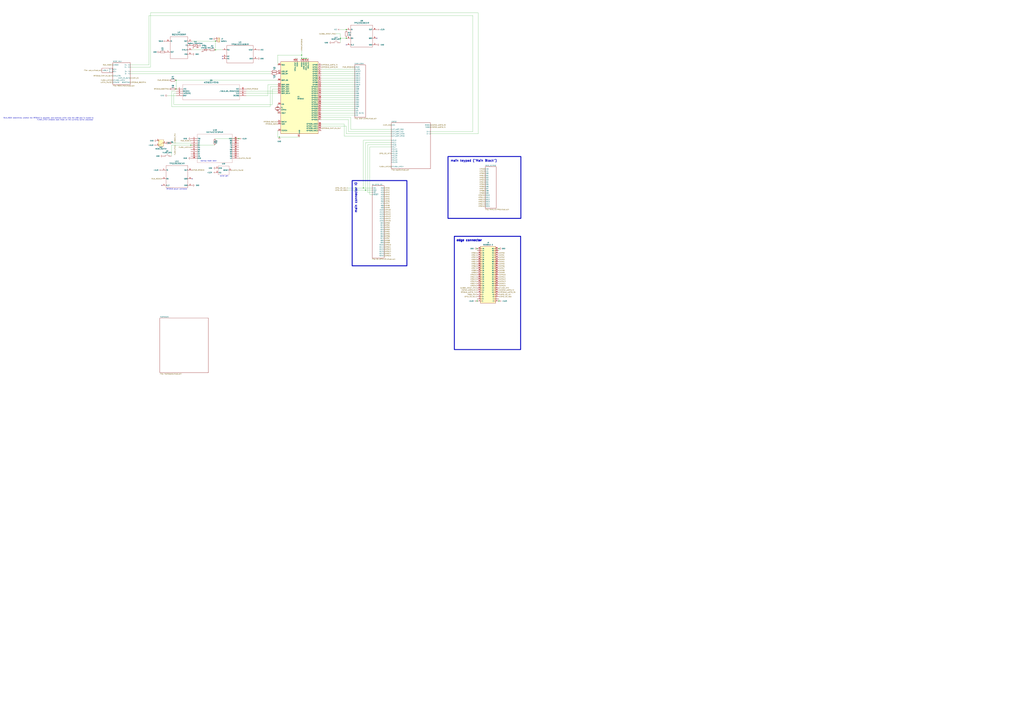
<source format=kicad_sch>
(kicad_sch (version 20230121) (generator eeschema)
  (paper "A0")
  (lib_symbols
    (symbol "2024-01-02_21-46-21:BQ21040DBVR" (pin_names (offset 0.254))
      (property "Reference" "U" (at 0 2.54 0))
      (property "Value" "BQ21040DBVR" (at 0 0 0))
      (symbol "BQ21040DBVR_0_1"
        (pin input line (at 15.24 2.54 180) (length 5.08) (name "TS") (number "1"))
        (pin power_in line (at 15.24 7.62 180) (length 5.08) (name "OUT") (number "2"))
        (pin open_collector line (at 15.24 -2.54 180) (length 5.08) (name "CHG_N") (number "3"))
        (pin input line (at -15.24 -5.08 0) (length 5.08) (name "ISET") (number "4"))
        (pin power_in line (at 15.24 -7.62 180) (length 5.08) (name "VSS") (number "5"))
        (pin power_in line (at -15.24 7.62 0) (length 5.08) (name "IN") (number "6"))
      )
    )
    (symbol "2024-01-02_21-46-27:TPS613221ADBVR" (pin_names (offset 0.254))
      (property "Reference" "U" (at 0 2.54 0))
      (property "Value" "TPS613221ADBVR" (at 0 0 0))
      (symbol "TPS613221ADBVR_0_1"
        (pin power_in line (at -20.32 5.08 0) (length 5.08) (name "SW") (number "1"))
        (pin power_in line (at 20.32 -5.08 180) (length 5.08) (name "GND") (number "2"))
        (pin unspecified line (at -20.32 -2.54 0) (length 5.08) (name "NC") (number "3"))
        (pin power_in line (at 20.32 5.08 180) (length 5.08) (name "VOUT") (number "4"))
        (pin unspecified line (at -20.32 -5.08 0) (length 5.08) (name "NC") (number "5"))
      )
    )
    (symbol "2024-01-09_16-08-29:W25Q32JVSSIQ" (pin_names (offset 0.254))
      (property "Reference" "U" (at 40.64 10.16 0))
      (property "Value" "W25Q32JVSSIQ" (at 40.64 7.62 0))
      (symbol "W25Q32JVSSIQ_0_1"
        (pin unspecified line (at 0 0 0) (length 7.62) (name "/CS") (number "1"))
        (pin unspecified line (at 0 -2.54 0) (length 7.62) (name "DO(IO1)") (number "2"))
        (pin unspecified line (at 0 -5.08 0) (length 7.62) (name "/WP(IO2)") (number "3"))
        (pin power_out line (at 0 -7.62 0) (length 7.62) (name "GND") (number "4"))
        (pin unspecified line (at 81.28 -7.62 180) (length 7.62) (name "DI(IO0)") (number "5"))
        (pin unspecified line (at 81.28 -5.08 180) (length 7.62) (name "CLK") (number "6"))
        (pin unspecified line (at 81.28 -2.54 180) (length 7.62) (name "/HOLD_OR_/RESET(IO3)") (number "7"))
        (pin power_in line (at 81.28 0 180) (length 7.62) (name "VCC") (number "8"))
      )
    )
    (symbol "2024-01-10_18-59-37:RESET_TIMER"
      (property "Reference" "U" (at 0 6.35 0))
      (symbol "RESET_TIMER_1_1"
        (pin passive line (at -8.89 2.54 0) (length 2.54) (name "GND") (number "1"))
        (pin output line (at 8.89 0 180) (length 2.54) (name "RESET") (number "2"))
        (pin passive line (at -8.89 -2.54 0) (length 2.54) (name "V_{CC}") (number "3"))
      )
    )
    (symbol "2024-01-10_19-26-16:TPS22919DCKR" (pin_names (offset 0.254))
      (property "Reference" "U" (at 0 2.54 0))
      (property "Value" "TPS22919DCKR" (at 0 0 0))
      (symbol "TPS22919DCKR_0_1"
        (pin power_in line (at -17.78 7.62 0) (length 5.08) (name "IN") (number "1"))
        (pin power_in line (at 17.78 -10.16 180) (length 5.08) (name "GND") (number "2"))
        (pin input line (at -17.78 -2.54 0) (length 5.08) (name "ON") (number "3"))
        (pin unspecified line (at -17.78 -10.16 0) (length 5.08) (name "N_C") (number "4"))
        (pin power_in line (at 17.78 -2.54 180) (length 5.08) (name "QOD") (number "5"))
        (pin power_in line (at 17.78 7.62 180) (length 5.08) (name "OUT") (number "6"))
      )
    )
    (symbol "2024-01-19_20-37-39:SN74HCT373PWR" (pin_names (offset 0.254))
      (property "Reference" "U" (at 27.94 10.16 0))
      (property "Value" "SN74HCT373PWR" (at 27.94 7.62 0))
      (symbol "SN74HCT373PWR_0_1"
        (pin input line (at 0 0 0) (length 7.62) (name "*OE") (number "1"))
        (pin power_in line (at 0 -22.86 0) (length 7.62) (name "GND") (number "10"))
        (pin input line (at 55.88 -22.86 180) (length 7.62) (name "LE") (number "11"))
        (pin output line (at 55.88 -20.32 180) (length 7.62) (name "5Q") (number "12"))
        (pin input line (at 55.88 -17.78 180) (length 7.62) (name "5D") (number "13"))
        (pin input line (at 55.88 -15.24 180) (length 7.62) (name "6D") (number "14"))
        (pin output line (at 55.88 -12.7 180) (length 7.62) (name "6Q") (number "15"))
        (pin output line (at 55.88 -10.16 180) (length 7.62) (name "7Q") (number "16"))
        (pin input line (at 55.88 -7.62 180) (length 7.62) (name "7D") (number "17"))
        (pin input line (at 55.88 -5.08 180) (length 7.62) (name "8D") (number "18"))
        (pin output line (at 55.88 -2.54 180) (length 7.62) (name "8Q") (number "19"))
        (pin output line (at 0 -2.54 0) (length 7.62) (name "1Q") (number "2"))
        (pin power_in line (at 55.88 0 180) (length 7.62) (name "VCC") (number "20"))
        (pin input line (at 0 -5.08 0) (length 7.62) (name "1D") (number "3"))
        (pin input line (at 0 -7.62 0) (length 7.62) (name "2D") (number "4"))
        (pin output line (at 0 -10.16 0) (length 7.62) (name "2Q") (number "5"))
        (pin output line (at 0 -12.7 0) (length 7.62) (name "3Q") (number "6"))
        (pin input line (at 0 -15.24 0) (length 7.62) (name "3D") (number "7"))
        (pin input line (at 0 -17.78 0) (length 7.62) (name "4D") (number "8"))
        (pin output line (at 0 -20.32 0) (length 7.62) (name "4Q") (number "9"))
      )
    )
    (symbol "5530843-5:5530843-5" (pin_names (offset 1.016))
      (property "Reference" "J" (at -10.16 34.29 0))
      (property "Value" "5530843-5" (at -10.16 -35.56 0))
      (symbol "5530843-5_0_0"
        (pin passive line (at -12.7 30.48 0) (length 5.08) (name "1") (number "1"))
        (pin passive line (at 12.7 20.32 180) (length 5.08) (name "10") (number "10"))
        (pin passive line (at -12.7 17.78 0) (length 5.08) (name "11") (number "11"))
        (pin passive line (at 12.7 17.78 180) (length 5.08) (name "12") (number "12"))
        (pin passive line (at -12.7 15.24 0) (length 5.08) (name "13") (number "13"))
        (pin passive line (at 12.7 15.24 180) (length 5.08) (name "14") (number "14"))
        (pin passive line (at -12.7 12.7 0) (length 5.08) (name "15") (number "15"))
        (pin passive line (at 12.7 12.7 180) (length 5.08) (name "16") (number "16"))
        (pin passive line (at -12.7 10.16 0) (length 5.08) (name "17") (number "17"))
        (pin passive line (at 12.7 10.16 180) (length 5.08) (name "18") (number "18"))
        (pin passive line (at -12.7 7.62 0) (length 5.08) (name "19") (number "19"))
        (pin passive line (at 12.7 30.48 180) (length 5.08) (name "2") (number "2"))
        (pin passive line (at 12.7 7.62 180) (length 5.08) (name "20") (number "20"))
        (pin passive line (at -12.7 5.08 0) (length 5.08) (name "21") (number "21"))
        (pin passive line (at 12.7 5.08 180) (length 5.08) (name "22") (number "22"))
        (pin passive line (at -12.7 2.54 0) (length 5.08) (name "23") (number "23"))
        (pin passive line (at 12.7 2.54 180) (length 5.08) (name "24") (number "24"))
        (pin passive line (at -12.7 0 0) (length 5.08) (name "25") (number "25"))
        (pin passive line (at 12.7 0 180) (length 5.08) (name "26") (number "26"))
        (pin passive line (at -12.7 -2.54 0) (length 5.08) (name "27") (number "27"))
        (pin passive line (at 12.7 -2.54 180) (length 5.08) (name "28") (number "28"))
        (pin passive line (at -12.7 -5.08 0) (length 5.08) (name "29") (number "29"))
        (pin passive line (at -12.7 27.94 0) (length 5.08) (name "3") (number "3"))
        (pin passive line (at 12.7 -5.08 180) (length 5.08) (name "30") (number "30"))
        (pin passive line (at -12.7 -7.62 0) (length 5.08) (name "31") (number "31"))
        (pin passive line (at 12.7 -7.62 180) (length 5.08) (name "32") (number "32"))
        (pin passive line (at -12.7 -10.16 0) (length 5.08) (name "33") (number "33"))
        (pin passive line (at 12.7 -10.16 180) (length 5.08) (name "34") (number "34"))
        (pin passive line (at -12.7 -12.7 0) (length 5.08) (name "35") (number "35"))
        (pin passive line (at 12.7 -12.7 180) (length 5.08) (name "36") (number "36"))
        (pin passive line (at -12.7 -15.24 0) (length 5.08) (name "37") (number "37"))
        (pin passive line (at 12.7 -15.24 180) (length 5.08) (name "38") (number "38"))
        (pin passive line (at -12.7 -17.78 0) (length 5.08) (name "39") (number "39"))
        (pin passive line (at 12.7 27.94 180) (length 5.08) (name "4") (number "4"))
        (pin passive line (at 12.7 -17.78 180) (length 5.08) (name "40") (number "40"))
        (pin passive line (at -12.7 -20.32 0) (length 5.08) (name "41") (number "41"))
        (pin passive line (at 12.7 -20.32 180) (length 5.08) (name "42") (number "42"))
        (pin passive line (at -12.7 -22.86 0) (length 5.08) (name "43") (number "43"))
        (pin passive line (at 12.7 -22.86 180) (length 5.08) (name "44") (number "44"))
        (pin passive line (at -12.7 -25.4 0) (length 5.08) (name "45") (number "45"))
        (pin passive line (at 12.7 -25.4 180) (length 5.08) (name "46") (number "46"))
        (pin passive line (at -12.7 -27.94 0) (length 5.08) (name "47") (number "47"))
        (pin passive line (at 12.7 -27.94 180) (length 5.08) (name "48") (number "48"))
        (pin passive line (at -12.7 -30.48 0) (length 5.08) (name "49") (number "49"))
        (pin passive line (at -12.7 25.4 0) (length 5.08) (name "5") (number "5"))
        (pin passive line (at 12.7 -30.48 180) (length 5.08) (name "50") (number "50"))
        (pin passive line (at 12.7 25.4 180) (length 5.08) (name "6") (number "6"))
        (pin passive line (at -12.7 22.86 0) (length 5.08) (name "7") (number "7"))
        (pin passive line (at 12.7 22.86 180) (length 5.08) (name "8") (number "8"))
        (pin passive line (at -12.7 20.32 0) (length 5.08) (name "9") (number "9"))
      )
    )
    (symbol "Device:Crystal" (pin_numbers hide) (pin_names (offset 1.016) hide)
      (property "Reference" "Y" (at 0 3.81 0))
      (property "Value" "Crystal" (at 0 -3.81 0))
      (symbol "Crystal_1_1"
        (pin passive line (at -3.81 0 0) (length 1.27) (name "1") (number "1"))
        (pin passive line (at 3.81 0 180) (length 1.27) (name "2") (number "2"))
      )
    )
    (symbol "Device:LED" (pin_numbers hide) (pin_names (offset 1.016) hide)
      (property "Reference" "D" (at 0 2.54 0))
      (property "Value" "LED" (at 0 -2.54 0))
      (symbol "LED_1_1"
        (pin passive line (at -3.81 0 0) (length 2.54) (name "K") (number "1"))
        (pin passive line (at 3.81 0 180) (length 2.54) (name "A") (number "2"))
      )
    )
    (symbol "Device:R" (pin_numbers hide) (pin_names (offset 0))
      (property "Reference" "R" (at 2.032 0 90))
      (property "Value" "R" (at 0 0 90))
      (symbol "R_1_1"
        (pin passive line (at 0 3.81 270) (length 1.27) (name "~") (number "1"))
        (pin passive line (at 0 -3.81 90) (length 1.27) (name "~") (number "2"))
      )
    )
    (symbol "Device:Thermistor_NTC" (pin_numbers hide) (pin_names (offset 0))
      (property "Reference" "TH" (at -4.445 0 90))
      (property "Value" "Thermistor_NTC" (at 3.175 0 90))
      (symbol "Thermistor_NTC_1_1"
        (pin passive line (at 0 3.81 270) (length 1.27) (name "~") (number "1"))
        (pin passive line (at 0 -3.81 90) (length 1.27) (name "~") (number "2"))
      )
    )
    (symbol "MCU_RaspberryPi:RP2040"
      (property "Reference" "U" (at 17.78 45.72 0))
      (property "Value" "RP2040" (at 17.78 43.18 0))
      (symbol "RP2040_1_1"
        (pin power_in line (at 2.54 45.72 270) (length 3.81) (name "IOVDD") (number "1"))
        (pin passive line (at 2.54 45.72 270) (length 3.81) hide (name "IOVDD") (number "10"))
        (pin bidirectional line (at 25.4 17.78 180) (length 3.81) (name "GPIO8") (number "11"))
        (pin bidirectional line (at 25.4 15.24 180) (length 3.81) (name "GPIO9") (number "12"))
        (pin bidirectional line (at 25.4 12.7 180) (length 3.81) (name "GPIO10") (number "13"))
        (pin bidirectional line (at 25.4 10.16 180) (length 3.81) (name "GPIO11") (number "14"))
        (pin bidirectional line (at 25.4 7.62 180) (length 3.81) (name "GPIO12") (number "15"))
        (pin bidirectional line (at 25.4 5.08 180) (length 3.81) (name "GPIO13") (number "16"))
        (pin bidirectional line (at 25.4 2.54 180) (length 3.81) (name "GPIO14") (number "17"))
        (pin bidirectional line (at 25.4 0 180) (length 3.81) (name "GPIO15") (number "18"))
        (pin input line (at -25.4 -38.1 0) (length 3.81) (name "TESTEN") (number "19"))
        (pin bidirectional line (at 25.4 38.1 180) (length 3.81) (name "GPIO0") (number "2"))
        (pin input line (at -25.4 -7.62 0) (length 3.81) (name "XIN") (number "20"))
        (pin passive line (at -25.4 -17.78 0) (length 3.81) (name "XOUT") (number "21"))
        (pin passive line (at 2.54 45.72 270) (length 3.81) hide (name "IOVDD") (number "22"))
        (pin power_in line (at -2.54 45.72 270) (length 3.81) (name "DVDD") (number "23"))
        (pin input line (at -25.4 -27.94 0) (length 3.81) (name "SWCLK") (number "24"))
        (pin bidirectional line (at -25.4 -30.48 0) (length 3.81) (name "SWD") (number "25"))
        (pin input line (at -25.4 38.1 0) (length 3.81) (name "RUN") (number "26"))
        (pin bidirectional line (at 25.4 -2.54 180) (length 3.81) (name "GPIO16") (number "27"))
        (pin bidirectional line (at 25.4 -5.08 180) (length 3.81) (name "GPIO17") (number "28"))
        (pin bidirectional line (at 25.4 -7.62 180) (length 3.81) (name "GPIO18") (number "29"))
        (pin bidirectional line (at 25.4 35.56 180) (length 3.81) (name "GPIO1") (number "3"))
        (pin bidirectional line (at 25.4 -10.16 180) (length 3.81) (name "GPIO19") (number "30"))
        (pin bidirectional line (at 25.4 -12.7 180) (length 3.81) (name "GPIO20") (number "31"))
        (pin bidirectional line (at 25.4 -15.24 180) (length 3.81) (name "GPIO21") (number "32"))
        (pin passive line (at 2.54 45.72 270) (length 3.81) hide (name "IOVDD") (number "33"))
        (pin bidirectional line (at 25.4 -17.78 180) (length 3.81) (name "GPIO22") (number "34"))
        (pin bidirectional line (at 25.4 -20.32 180) (length 3.81) (name "GPIO23") (number "35"))
        (pin bidirectional line (at 25.4 -22.86 180) (length 3.81) (name "GPIO24") (number "36"))
        (pin bidirectional line (at 25.4 -25.4 180) (length 3.81) (name "GPIO25") (number "37"))
        (pin bidirectional line (at 25.4 -30.48 180) (length 3.81) (name "GPIO26_ADC0") (number "38"))
        (pin bidirectional line (at 25.4 -33.02 180) (length 3.81) (name "GPIO27_ADC1") (number "39"))
        (pin bidirectional line (at 25.4 33.02 180) (length 3.81) (name "GPIO2") (number "4"))
        (pin bidirectional line (at 25.4 -35.56 180) (length 3.81) (name "GPIO28_ADC2") (number "40"))
        (pin bidirectional line (at 25.4 -38.1 180) (length 3.81) (name "GPIO29_ADC3") (number "41"))
        (pin passive line (at 2.54 45.72 270) (length 3.81) hide (name "IOVDD") (number "42"))
        (pin power_in line (at 7.62 45.72 270) (length 3.81) (name "ADC_AVDD") (number "43"))
        (pin power_in line (at 10.16 45.72 270) (length 3.81) (name "VREG_IN") (number "44"))
        (pin power_out line (at -5.08 45.72 270) (length 3.81) (name "VREG_VOUT") (number "45"))
        (pin bidirectional line (at -25.4 27.94 0) (length 3.81) (name "USB_DM") (number "46"))
        (pin bidirectional line (at -25.4 30.48 0) (length 3.81) (name "USB_DP") (number "47"))
        (pin power_in line (at 5.08 45.72 270) (length 3.81) (name "USB_VDD") (number "48"))
        (pin passive line (at 2.54 45.72 270) (length 3.81) hide (name "IOVDD") (number "49"))
        (pin bidirectional line (at 25.4 30.48 180) (length 3.81) (name "GPIO3") (number "5"))
        (pin passive line (at -2.54 45.72 270) (length 3.81) hide (name "DVDD") (number "50"))
        (pin bidirectional line (at -25.4 7.62 0) (length 3.81) (name "QSPI_SD3") (number "51"))
        (pin output line (at -25.4 5.08 0) (length 3.81) (name "QSPI_SCLK") (number "52"))
        (pin bidirectional line (at -25.4 15.24 0) (length 3.81) (name "QSPI_SD0") (number "53"))
        (pin bidirectional line (at -25.4 10.16 0) (length 3.81) (name "QSPI_SD2") (number "54"))
        (pin bidirectional line (at -25.4 12.7 0) (length 3.81) (name "QSPI_SD1") (number "55"))
        (pin bidirectional line (at -25.4 20.32 0) (length 3.81) (name "QSPI_SS") (number "56"))
        (pin power_in line (at 0 -45.72 90) (length 3.81) (name "GND") (number "57"))
        (pin bidirectional line (at 25.4 27.94 180) (length 3.81) (name "GPIO4") (number "6"))
        (pin bidirectional line (at 25.4 25.4 180) (length 3.81) (name "GPIO5") (number "7"))
        (pin bidirectional line (at 25.4 22.86 180) (length 3.81) (name "GPIO6") (number "8"))
        (pin bidirectional line (at 25.4 20.32 180) (length 3.81) (name "GPIO7") (number "9"))
      )
    )
    (symbol "Switch:SW_SPDT" (pin_names (offset 0) hide)
      (property "Reference" "SW" (at 0 5.08 0))
      (property "Value" "SW_SPDT" (at 0 -5.08 0))
      (symbol "SW_SPDT_1_1"
        (pin passive line (at 5.08 2.54 180) (length 2.54) (name "A") (number "1"))
        (pin passive line (at -5.08 0 0) (length 2.54) (name "B") (number "2"))
        (pin passive line (at 5.08 -2.54 180) (length 2.54) (name "C") (number "3"))
      )
    )
    (symbol "custom:button" (pin_numbers hide) (pin_names hide)
      (property "Reference" "U" (at 0 5.08 0))
      (symbol "button_1_1"
        (pin passive line (at -5.08 0 0) (length 2.54) (name "1") (number "1"))
        (pin passive line (at 5.08 0 180) (length 2.54) (name "2") (number "2"))
      )
    )
    (symbol "dk_Rectangular-Connectors-Headers-Male-Pins:S2B-PH-K-S_LF__SN_" (pin_names (offset 1.016))
      (property "Reference" "J" (at -2.54 -1.27 0))
      (property "Value" "S2B-PH-K-S_LF__SN_" (at 1.27 -3.81 0))
      (symbol "S2B-PH-K-S_LF__SN__1_1"
        (pin passive line (at 0 2.54 270) (length 2.54) (name "~") (number "1"))
        (pin passive line (at 2.54 2.54 270) (length 2.54) (name "~") (number "2"))
      )
    )
    (symbol "power:+3.3V" (power) (pin_names (offset 0))
      (property "Value" "+3.3V" (at 0 3.556 0))
      (symbol "+3.3V_1_1"
        (pin power_in line (at 0 0 90) (length 0) hide (name "+3.3V") (number "1"))
      )
    )
    (symbol "power:GND" (power) (pin_names (offset 0))
      (property "Value" "GND" (at 0 -3.81 0))
      (symbol "GND_1_1"
        (pin power_in line (at 0 0 270) (length 0) hide (name "GND") (number "1"))
      )
    )
    (symbol "power:VBUS" (power) (pin_names (offset 0))
      (property "Value" "VBUS" (at 0 3.81 0))
      (symbol "VBUS_1_1"
        (pin power_in line (at 0 0 90) (length 0) hide (name "VBUS") (number "1"))
      )
    )
    (symbol "power:VCC" (power) (pin_names (offset 0))
      (property "Value" "VCC" (at 0 3.81 0))
      (symbol "VCC_1_1"
        (pin power_in line (at 0 0 90) (length 0) hide (name "VCC") (number "1"))
      )
    )
  )
  (junction (at 395.224 44.45))
  (junction (at 250.19 47.752))
  (junction (at 421.894 218.44))
  (junction (at 250.19 57.912))
  (junction (at 579.374 288.798))
  (junction (at 402.082 44.45))
  (junction (at 221.488 168.656))
  (junction (at 424.434 220.98))
  (junction (at 553.974 349.758))
  (junction (at 277.368 161.036))
  (junction (at 579.374 349.758))
  (junction (at 352.806 67.818))
  (junction (at 324.358 159.258))
  (junction (at 350.266 67.818))
  (junction (at 204.47 93.218))
  (junction (at 553.974 288.798))
  (junction (at 204.47 103.378))
  (junction (at 350.266 64.008))
  (junction (at 402.082 34.29))
  (junction (at 355.346 67.818))
  (no_connect (at 258.318 68.072))
  (no_connect (at 258.318 65.532))
  (no_connect (at 402.082 52.07))
  (no_connect (at 223.266 207.772))
  (no_connect (at 437.642 44.45))
  (no_connect (at 187.706 215.392))
  (wire (pts (xy 172.974 18.034) (xy 549.148 18.034)))
  (wire (pts (xy 432.054 226.06) (xy 429.514 226.06)))
  (wire (pts (xy 322.326 130.048) (xy 322.326 131.318)))
  (wire (pts (xy 151.384 75.438) (xy 172.974 75.438)))
  (wire (pts (xy 322.326 64.008) (xy 350.266 64.008)))
  (wire (pts (xy 403.86 220.98) (xy 424.434 220.98)))
  (wire (pts (xy 402.082 146.558) (xy 402.082 155.448)))
  (wire (pts (xy 373.126 108.458) (xy 411.734 108.458)))
  (wire (pts (xy 373.126 88.138) (xy 411.734 88.138)))
  (wire (pts (xy 174.752 77.978) (xy 174.752 14.986)))
  (wire (pts (xy 199.39 105.918) (xy 199.39 123.952)))
  (wire (pts (xy 285.75 108.458) (xy 322.326 108.458)))
  (wire (pts (xy 311.15 110.998) (xy 311.15 98.298)))
  (wire (pts (xy 250.19 47.752) (xy 250.19 57.912)))
  (wire (pts (xy 201.93 121.412) (xy 316.23 121.412)))
  (wire (pts (xy 322.326 159.258) (xy 324.358 159.258)))
  (wire (pts (xy 221.488 168.656) (xy 249.428 168.656)))
  (wire (pts (xy 399.542 157.988) (xy 399.542 144.018)))
  (wire (pts (xy 373.126 85.598) (xy 411.734 85.598)))
  (wire (pts (xy 553.974 347.218) (xy 553.974 349.758)))
  (wire (pts (xy 342.646 67.818) (xy 345.186 67.818)))
  (wire (pts (xy 454.406 152.908) (xy 404.622 152.908)))
  (wire (pts (xy 421.894 163.068) (xy 454.406 163.068)))
  (wire (pts (xy 553.974 288.798) (xy 553.974 291.338)))
  (wire (pts (xy 402.082 34.29) (xy 402.082 35.56)))
  (wire (pts (xy 322.326 151.638) (xy 322.326 159.258)))
  (wire (pts (xy 194.31 110.998) (xy 204.47 110.998)))
  (wire (pts (xy 373.126 131.318) (xy 411.734 131.318)))
  (wire (pts (xy 499.872 155.448) (xy 555.244 155.448)))
  (wire (pts (xy 454.406 168.148) (xy 426.974 168.148)))
  (wire (pts (xy 352.806 67.818) (xy 355.346 67.818)))
  (wire (pts (xy 285.75 105.918) (xy 322.326 105.918)))
  (wire (pts (xy 313.69 100.838) (xy 322.326 100.838)))
  (wire (pts (xy 395.224 44.45) (xy 395.224 49.53)))
  (wire (pts (xy 373.126 95.758) (xy 411.734 95.758)))
  (wire (pts (xy 350.266 59.182) (xy 350.266 64.008)))
  (wire (pts (xy 151.384 77.978) (xy 174.752 77.978)))
  (wire (pts (xy 424.434 165.608) (xy 454.406 165.608)))
  (wire (pts (xy 549.148 18.034) (xy 549.148 152.908)))
  (wire (pts (xy 426.974 223.52) (xy 432.054 223.52)))
  (wire (pts (xy 373.126 80.518) (xy 411.734 80.518)))
  (wire (pts (xy 373.126 100.838) (xy 411.734 100.838)))
  (wire (pts (xy 373.126 116.078) (xy 411.734 116.078)))
  (wire (pts (xy 249.428 161.036) (xy 277.368 161.036)))
  (wire (pts (xy 373.126 93.218) (xy 411.734 93.218)))
  (wire (pts (xy 404.622 152.908) (xy 404.622 138.938)))
  (wire (pts (xy 172.974 75.438) (xy 172.974 18.034)))
  (wire (pts (xy 373.126 128.778) (xy 411.734 128.778)))
  (wire (pts (xy 555.244 14.986) (xy 555.244 155.448)))
  (wire (pts (xy 404.622 138.938) (xy 373.126 138.938)))
  (wire (pts (xy 399.542 144.018) (xy 373.126 144.018)))
  (wire (pts (xy 285.75 110.998) (xy 311.15 110.998)))
  (wire (pts (xy 373.126 123.698) (xy 411.734 123.698)))
  (wire (pts (xy 421.894 163.068) (xy 421.894 218.44)))
  (wire (pts (xy 373.126 118.618) (xy 411.734 118.618)))
  (wire (pts (xy 579.374 347.218) (xy 579.374 349.758)))
  (wire (pts (xy 373.126 121.158) (xy 411.734 121.158)))
  (wire (pts (xy 394.97 34.29) (xy 402.082 34.29)))
  (wire (pts (xy 407.416 150.368) (xy 454.406 150.368)))
  (wire (pts (xy 373.126 90.678) (xy 411.734 90.678)))
  (wire (pts (xy 402.082 155.448) (xy 454.406 155.448)))
  (wire (pts (xy 373.126 103.378) (xy 411.734 103.378)))
  (wire (pts (xy 322.326 64.008) (xy 322.326 75.438)))
  (wire (pts (xy 373.126 105.918) (xy 411.734 105.918)))
  (wire (pts (xy 350.266 64.008) (xy 350.266 67.818)))
  (wire (pts (xy 350.266 67.818) (xy 352.806 67.818)))
  (wire (pts (xy 174.752 14.986) (xy 555.244 14.986)))
  (wire (pts (xy 316.23 121.412) (xy 316.23 103.378)))
  (wire (pts (xy 403.86 218.44) (xy 421.894 218.44)))
  (wire (pts (xy 223.012 57.912) (xy 234.95 57.912)))
  (wire (pts (xy 199.39 123.952) (xy 313.69 123.952)))
  (wire (pts (xy 579.374 288.798) (xy 579.374 291.338)))
  (wire (pts (xy 429.514 170.688) (xy 454.406 170.688)))
  (wire (pts (xy 373.126 146.558) (xy 402.082 146.558)))
  (wire (pts (xy 426.974 168.148) (xy 426.974 223.52)))
  (wire (pts (xy 395.224 44.45) (xy 402.082 44.45)))
  (wire (pts (xy 355.346 67.818) (xy 357.886 67.818)))
  (wire (pts (xy 373.126 110.998) (xy 411.734 110.998)))
  (wire (pts (xy 322.326 121.158) (xy 322.326 122.428)))
  (wire (pts (xy 407.416 136.398) (xy 407.416 150.368)))
  (wire (pts (xy 390.144 39.37) (xy 395.224 39.37)))
  (wire (pts (xy 204.47 105.918) (xy 199.39 105.918)))
  (wire (pts (xy 395.224 39.37) (xy 395.224 44.45)))
  (wire (pts (xy 151.384 83.058) (xy 314.706 83.058)))
  (wire (pts (xy 204.47 93.218) (xy 204.47 103.378)))
  (wire (pts (xy 373.126 136.398) (xy 407.416 136.398)))
  (wire (pts (xy 373.126 126.238) (xy 411.734 126.238)))
  (wire (pts (xy 429.514 226.06) (xy 429.514 170.688)))
  (wire (pts (xy 201.93 108.458) (xy 201.93 121.412)))
  (wire (pts (xy 311.15 98.298) (xy 322.326 98.298)))
  (wire (pts (xy 424.434 220.98) (xy 424.434 165.608)))
  (wire (pts (xy 250.19 57.912) (xy 258.318 57.912)))
  (wire (pts (xy 199.136 168.656) (xy 199.136 181.356)))
  (wire (pts (xy 199.136 168.656) (xy 221.488 168.656)))
  (wire (pts (xy 373.126 83.058) (xy 411.734 83.058)))
  (wire (pts (xy 151.384 85.598) (xy 314.706 85.598)))
  (wire (pts (xy 313.69 123.952) (xy 313.69 100.838)))
  (wire (pts (xy 402.082 44.45) (xy 402.082 43.18)))
  (wire (pts (xy 454.406 157.988) (xy 399.542 157.988)))
  (wire (pts (xy 204.47 93.218) (xy 322.326 93.218)))
  (wire (pts (xy 324.358 159.258) (xy 347.726 159.258)))
  (wire (pts (xy 373.126 113.538) (xy 411.734 113.538)))
  (wire (pts (xy 316.23 103.378) (xy 322.326 103.378)))
  (wire (pts (xy 432.054 220.98) (xy 424.434 220.98)))
  (wire (pts (xy 421.894 218.44) (xy 432.054 218.44)))
  (wire (pts (xy 373.126 98.298) (xy 411.734 98.298)))
  (wire (pts (xy 223.012 47.752) (xy 250.19 47.752)))
  (wire (pts (xy 499.872 152.908) (xy 549.148 152.908)))
  (wire (pts (xy 373.126 133.858) (xy 411.734 133.858)))
  (wire (pts (xy 204.47 108.458) (xy 201.93 108.458)))
  (wire (pts (xy 199.644 166.116) (xy 221.488 166.116)))
  (rectangle (start 408.94 209.804) (end 472.44 308.864) (stroke (width 1)))
  (rectangle (start 527.558 274.574) (end 604.52 406.146) (stroke (width 1)))
  (rectangle (start 520.192 181.864) (end 604.774 253.746) (stroke (width 1)))
  (text "pulse gen" (at 255.524 205.232 0) (effects (font (size 1.27 1.27)) (justify left bottom)))
  (text "RUN_MODE determines whether the RP2040 is powered, and controls which chip the USB port is routed to\nFLASH_LATCH enables boot mode on the currently active processor" (at 108.458 139.954 0) (effects (font (size 1.27 1.27)) (justify right bottom)))
  (text "main keypad (\"Main Block\")" (at 522.986 188.214 0) (effects (font (size 2.5 2.5) (thickness 0.5) bold) (justify left bottom)))
  (text "startup mode latch" (at 232.918 187.706 0) (effects (font (size 1.27 1.27)) (justify left bottom)))
  (text "RP2040 power controller" (at 193.294 220.472 0) (effects (font (size 1.27 1.27)) (justify left bottom)))
  (text "edge connector" (at 529.844 280.67 0) (effects (font (size 2.5 2.5) (thickness 1) bold) (justify left bottom)))
  (text "main connector IO" (at 414.782 211.582 90) (effects (font (size 2.5 2.5) bold) (justify right bottom)))
  (hierarchical_label "KPA0" (shape input) (at 563.372 196.342 180))
  (hierarchical_label "KPB12" (shape input) (at 446.024 289.56 0))
  (hierarchical_label "GPIO_I2C_INT" (shape bidirectional) (at 454.406 178.308 180))
  (hierarchical_label "CHIP_EN" (shape output) (at 151.384 90.678 0))
  (hierarchical_label "KPB8" (shape input) (at 446.024 279.4 0))
  (hierarchical_label "KPA11" (shape input) (at 579.374 321.818 0))
  (hierarchical_label "KPB1" (shape output) (at 553.974 296.418 180))
  (hierarchical_label "KPB6" (shape output) (at 563.372 216.662 180))
  (hierarchical_label "KPB9" (shape output) (at 563.372 224.282 180))
  (hierarchical_label "RP2040_UART0_RX" (shape input) (at 373.126 77.978 0))
  (hierarchical_label "PWR_RP2040" (shape output) (at 223.266 197.612 0))
  (hierarchical_label "KPB6" (shape output) (at 553.974 309.118 180))
  (hierarchical_label "LATCH_PULSE" (shape output) (at 268.478 197.866 0))
  (hierarchical_label "KPB7" (shape output) (at 563.372 219.202 180))
  (hierarchical_label "PWR_RP2040" (shape input) (at 411.734 77.978 180))
  (hierarchical_label "KPB15" (shape output) (at 553.974 331.978 180))
  (hierarchical_label "KPB2" (shape output) (at 563.372 206.502 180))
  (hierarchical_label "KPA8" (shape output) (at 446.024 238.76 0))
  (hierarchical_label "CHIP_EN" (shape input) (at 454.406 145.288 180))
  (hierarchical_label "FLASH_PIN" (shape output) (at 203.2 168.656 270))
  (hierarchical_label "KPA14" (shape input) (at 579.374 329.438 0))
  (hierarchical_label "FLASH_PIN" (shape output) (at 579.374 334.518 0))
  (hierarchical_label "RP2040_CHIP_EN_OUT" (shape input) (at 131.064 88.138 180))
  (hierarchical_label "FLASH_LATCH" (shape output) (at 221.488 171.196 180))
  (hierarchical_label "KPB10" (shape output) (at 563.372 226.822 180))
  (hierarchical_label "KPB11" (shape output) (at 553.974 321.818 180))
  (hierarchical_label "KPA15" (shape output) (at 446.024 256.54 0))
  (hierarchical_label "RP2040_UART0_RX" (shape output) (at 579.374 339.598 0))
  (hierarchical_label "ESP32_UART0_RX" (shape input) (at 499.872 145.288 0))
  (hierarchical_label "RP2040_BOOTPIN" (shape input) (at 196.85 103.378 180))
  (hierarchical_label "KPB3" (shape input) (at 446.024 266.7 0))
  (hierarchical_label "KPB8" (shape output) (at 563.372 221.742 180))
  (hierarchical_label "KPB7" (shape output) (at 553.974 311.658 180))
  (hierarchical_label "KPA3" (shape input) (at 579.374 301.498 0))
  (hierarchical_label "KPA5" (shape input) (at 579.374 306.578 0))
  (hierarchical_label "KPA1" (shape input) (at 563.372 198.882 180))
  (hierarchical_label "KPA2" (shape input) (at 579.374 298.958 0))
  (hierarchical_label "GPIO_I2C_INT" (shape bidirectional) (at 579.374 342.138 0))
  (hierarchical_label "KPB0" (shape output) (at 563.372 201.422 180))
  (hierarchical_label "KPA0" (shape output) (at 446.024 218.44 0))
  (hierarchical_label "RP2040_SWCLK" (shape input) (at 322.326 141.478 180))
  (hierarchical_label "KPB15" (shape input) (at 446.024 297.18 0))
  (hierarchical_label "KPA13" (shape input) (at 579.374 326.898 0))
  (hierarchical_label "RP2040_CHIP_EN_OUT" (shape input) (at 373.126 149.098 0))
  (hierarchical_label "KPB15" (shape output) (at 563.372 239.522 180))
  (hierarchical_label "GPIO_I2C_SDA" (shape bidirectional) (at 403.86 220.98 180))
  (hierarchical_label "KPB14" (shape output) (at 563.372 236.982 180))
  (hierarchical_label "KPA0" (shape input) (at 579.374 293.878 0))
  (hierarchical_label "KPB6" (shape input) (at 446.024 274.32 0))
  (hierarchical_label "KPB13" (shape output) (at 563.372 234.442 180))
  (hierarchical_label "ESP32_UART0_TX" (shape output) (at 499.872 147.828 0))
  (hierarchical_label "FLASH_LATCH" (shape input) (at 454.406 193.548 180))
  (hierarchical_label "RUN_MODE" (shape input) (at 131.064 75.438 180))
  (hierarchical_label "KPA13" (shape output) (at 446.024 251.46 0))
  (hierarchical_label "KPA9" (shape input) (at 579.374 316.738 0))
  (hierarchical_label "KPA14" (shape output) (at 446.024 254 0))
  (hierarchical_label "RUN_MODE" (shape input) (at 187.706 207.772 180))
  (hierarchical_label "KPA10" (shape input) (at 579.374 319.278 0))
  (hierarchical_label "KPA4" (shape input) (at 579.374 304.038 0))
  (hierarchical_label "KPA10" (shape output) (at 446.024 243.84 0))
  (hierarchical_label "GLOBAL_RESET_PIN" (shape output) (at 553.974 334.518 180))
  (hierarchical_label "KPB5" (shape output) (at 553.974 306.578 180))
  (hierarchical_label "GPIO_I2C_SCL" (shape bidirectional) (at 553.974 344.678 180))
  (hierarchical_label "KPB3" (shape output) (at 553.974 301.498 180))
  (hierarchical_label "KPB0" (shape output) (at 553.974 293.878 180))
  (hierarchical_label "PWR_RP2040" (shape input) (at 350.266 59.182 90))
  (hierarchical_label "KPB5" (shape input) (at 446.024 271.78 0))
  (hierarchical_label "KPA7" (shape input) (at 579.374 311.658 0))
  (hierarchical_label "KPA6" (shape input) (at 579.374 309.118 0))
  (hierarchical_label "KPB10" (shape input) (at 446.024 284.48 0))
  (hierarchical_label "ESP32_UART0_TX" (shape input) (at 579.374 337.058 0))
  (hierarchical_label "GPIO_I2C_SDA" (shape bidirectional) (at 579.374 344.678 0))
  (hierarchical_label "KPA7" (shape output) (at 446.024 236.22 0))
  (hierarchical_label "PWR_RP2040" (shape input) (at 196.85 93.218 180))
  (hierarchical_label "GLOBAL_RESET_PIN" (shape input) (at 390.144 39.37 180))
  (hierarchical_label "LATCH_PULSE" (shape input) (at 277.368 183.896 0))
  (hierarchical_label "KPA15" (shape input) (at 579.374 331.978 0))
  (hierarchical_label "KPB4" (shape output) (at 563.372 211.582 180))
  (hierarchical_label "KPB13" (shape input) (at 446.024 292.1 0))
  (hierarchical_label "KPA1" (shape input) (at 579.374 296.418 0))
  (hierarchical_label "KPB13" (shape output) (at 553.974 326.898 180))
  (hierarchical_label "KPB0" (shape input) (at 446.024 259.08 0))
  (hierarchical_label "KPB14" (shape output) (at 553.974 329.438 180))
  (hierarchical_label "KPB2" (shape output) (at 553.974 298.958 180))
  (hierarchical_label "KPA4" (shape output) (at 446.024 228.6 0))
  (hierarchical_label "KPB3" (shape output) (at 563.372 209.042 180))
  (hierarchical_label "RP2040_SWD" (shape input) (at 322.326 144.018 180))
  (hierarchical_label "FLASH_LATCH" (shape input) (at 131.064 93.218 180))
  (hierarchical_label "PWR_RP2040" (shape input) (at 285.75 103.378 0))
  (hierarchical_label "KPA11" (shape output) (at 446.024 246.38 0))
  (hierarchical_label "RP2040_UART0_TX" (shape output) (at 373.126 75.438 0))
  (hierarchical_label "KPB8" (shape output) (at 553.974 314.198 180))
  (hierarchical_label "KPB10" (shape output) (at 553.974 319.278 180))
  (hierarchical_label "KPB9" (shape input) (at 446.024 281.94 0))
  (hierarchical_label "ESP32_UART0_RX" (shape output) (at 553.974 337.058 180))
  (hierarchical_label "KPA9" (shape output) (at 446.024 241.3 0))
  (hierarchical_label "KPB12" (shape output) (at 553.974 324.358 180))
  (hierarchical_label "RUN_MODE" (shape output) (at 221.488 163.576 180))
  (hierarchical_label "KPB4" (shape output) (at 553.974 304.038 180))
  (hierarchical_label "KPB7" (shape input) (at 446.024 276.86 0))
  (hierarchical_label "KPA6" (shape output) (at 446.024 233.68 0))
  (hierarchical_label "KPB1" (shape input) (at 446.024 261.62 0))
  (hierarchical_label "KPA12" (shape input) (at 579.374 324.358 0))
  (hierarchical_label "KPA2" (shape output) (at 446.024 223.52 0))
  (hierarchical_label "KPB9" (shape output) (at 553.974 316.738 180))
  (hierarchical_label "KPB11" (shape output) (at 563.372 229.362 180))
  (hierarchical_label "KPB2" (shape input) (at 446.024 264.16 0))
  (hierarchical_label "KPA3" (shape output) (at 446.024 226.06 0))
  (hierarchical_label "GPIO_I2C_SCL" (shape bidirectional) (at 403.86 218.44 180))
  (hierarchical_label "KPB1" (shape output) (at 563.372 203.962 180))
  (hierarchical_label "KPA5" (shape output) (at 446.024 231.14 0))
  (hierarchical_label "KPA8" (shape input) (at 579.374 314.198 0))
  (hierarchical_label "KPA12" (shape output) (at 446.024 248.92 0))
  (hierarchical_label "RP2040_BOOTPIN" (shape output) (at 151.384 95.758 0))
  (hierarchical_label "KPA1" (shape output) (at 446.024 220.98 0))
  (hierarchical_label "KPB11" (shape input) (at 446.024 287.02 0))
  (hierarchical_label "KPB5" (shape output) (at 563.372 214.122 180))
  (hierarchical_label "KPB14" (shape input) (at 446.024 294.64 0))
  (hierarchical_label "RP2040_UART0_TX" (shape input) (at 553.974 339.598 180))
  (hierarchical_label "LATCH_PULSE" (shape input) (at 131.064 95.758 180))
  (hierarchical_label "MODE_PIN" (shape output) (at 553.974 342.138 180))
  (hierarchical_label "KPB4" (shape input) (at 446.024 269.24 0))
  (hierarchical_label "KPB12" (shape output) (at 563.372 231.902 180))
  (hierarchical_label "MODE_PIN" (shape output) (at 203.2 166.116 90))
  (symbol (lib_id "2024-01-09_16-08-29:W25Q32JVSSIQ") (at 204.47 103.378 0) (unit 1)
    (property "Reference" "U6" (at 245.11 93.218 0) (effects (font (size 1.524 1.524))))
    (property "Value" "W25Q32JVSSIQ" (at 245.11 95.758 0) (effects (font (size 1.524 1.524))))
    (property "Footprint" "footprints:SOIC-8_5P28X5P28_WIN" (effects hide))
    (property "Datasheet" "W25Q32JVSSIQ" (effects hide))
  )
  (symbol (lib_id "power:VCC") (at 298.958 57.912 270) (unit 1)
    (property "Reference" "#PWR027" (effects hide))
    (property "Value" "VCC" (at 302.26 57.912 90) (effects (justify left)))
  )
  (symbol (lib_id "5530843-5:5530843-5") (at 566.674 319.278 0) (mirror x) (unit 1)
    (property "Reference" "J3" (at 566.674 281.94 0))
    (property "Value" "5530843-5" (at 566.674 284.48 0))
    (property "Footprint" "5530843_5:edgeport" (effects hide))
    (property "PARTREV" "G1" (effects hide))
    (property "STANDARD" "Manufacturer Recommendations" (effects hide))
    (property "MAXIMUM_PACKAGE_HEIGHT" "15.5 mm" (effects hide))
    (property "MANUFACTURER" "TE Connectivity" (effects hide))
  )
  (symbol (lib_id "power:+3.3V") (at 250.698 200.406 90) (unit 1)
    (property "Reference" "#PWR031" (effects hide))
    (property "Value" "+3.3V" (at 246.38 200.406 90) (effects (justify left)))
  )
  (symbol (lib_id "power:GND") (at 385.064 49.53 270) (unit 1)
    (property "Reference" "#PWR08" (effects hide))
    (property "Value" "GND" (at 381 49.53 90) (effects (justify right)))
  )
  (symbol (lib_id "custom:button") (at 390.144 49.53 0) (unit 1)
    (property "Reference" "U17" (at 390.144 43.688 0))
    (property "Value" "RESET_BTN" (at 390.144 45.466 0))
    (property "Footprint" "Button_Switch_SMD:SW_Tactile_SPST_NO_Straight_CK_PTS636Sx25SMTRLFS" (effects hide))
  )
  (symbol (lib_id "Device:R") (at 402.082 39.37 0) (unit 1)
    (property "Reference" "R17" (at 403.86 38.1 0) (effects (justify left)))
    (property "Value" "10k" (at 403.86 40.64 0) (effects (justify left)))
    (property "Footprint" "Resistor_SMD:R_1206_3216Metric" (effects hide))
  )
  (symbol (lib_id "power:GND") (at 221.488 161.036 270) (unit 1)
    (property "Reference" "#PWR014" (effects hide))
    (property "Value" "GND" (at 217.17 161.036 90) (effects (justify right)))
  )
  (symbol (lib_id "power:+3.3V") (at 437.642 34.29 270) (unit 1)
    (property "Reference" "#PWR013" (effects hide))
    (property "Value" "+3.3V" (at 440.817 34.29 90) (effects (justify left)))
  )
  (symbol (lib_id "power:VCC") (at 394.97 34.29 90) (unit 1)
    (property "Reference" "#PWR03" (effects hide))
    (property "Value" "VCC" (at 391.668 34.29 90) (effects (justify left)))
  )
  (symbol (lib_id "MCU_RaspberryPi:RP2040") (at 347.726 113.538 0) (unit 1)
    (property "Reference" "U1" (at 345.186 112.268 0) (effects (justify left)))
    (property "Value" "RP2040" (at 345.186 114.808 0) (effects (justify left)))
    (property "Footprint" "Package_DFN_QFN:QFN-56-1EP_7x7mm_P0.4mm_EP3.2x3.2mm" (effects hide))
    (property "Datasheet" "https://datasheets.raspberrypi.com/rp2040/rp2040-datasheet.pdf" (effects hide))
  )
  (symbol (lib_id "Device:R") (at 200.66 93.218 270) (unit 1)
    (property "Reference" "R7" (at 200.66 89.408 90))
    (property "Value" "10k" (at 200.66 91.313 90))
    (property "Footprint" "Resistor_SMD:R_1206_3216Metric" (effects hide))
  )
  (symbol (lib_id "2024-01-02_21-46-21:BQ21040DBVR") (at 207.772 55.372 0) (unit 1)
    (property "Reference" "U2" (at 207.772 37.592 0) (effects (font (size 1.524 1.524))))
    (property "Value" "BQ21040DBVR" (at 207.772 40.132 0) (effects (font (size 1.524 1.524))))
    (property "Footprint" "footprints:DBV0006A_N" (effects hide))
    (property "Datasheet" "BQ21040DBVR" (effects hide))
  )
  (symbol (lib_id "2024-01-02_21-46-27:TPS613221ADBVR") (at 278.638 62.992 0) (unit 1)
    (property "Reference" "U3" (at 278.638 49.022 0) (effects (font (size 1.524 1.524))))
    (property "Value" "TPS613221ADBVR" (at 278.638 51.562 0) (effects (font (size 1.524 1.524))))
    (property "Footprint" "footprints:DBV0005A_N" (effects hide))
    (property "Datasheet" "TPS613221ADBVR" (effects hide))
  )
  (symbol (lib_id "2024-01-10_18-59-37:RESET_TIMER") (at 259.588 197.866 0) (unit 1)
    (property "Reference" "U10" (at 259.588 190.246 0))
    (property "Value" "~" (at 259.588 197.866 0))
    (property "Footprint" "footprints:SOT-23_M3_MCH" (effects hide))
  )
  (symbol (lib_id "Device:Thermistor_NTC") (at 226.822 52.832 90) (unit 1)
    (property "Reference" "TH1" (at 226.822 48.387 90))
    (property "Value" "battery thermistor" (at 226.822 50.292 90))
    (property "Footprint" "Resistor_SMD:R_0201_0603Metric_Pad0.64x0.40mm_HandSolder" (effects hide))
  )
  (symbol (lib_id "power:+3.3V") (at 277.368 161.036 270) (unit 1)
    (property "Reference" "#PWR029" (effects hide))
    (property "Value" "+3.3V" (at 280.67 161.036 90) (effects (justify left)))
  )
  (symbol (lib_id "power:+3.3V") (at 579.374 349.758 270) (unit 1)
    (property "Reference" "#PWR040" (effects hide))
    (property "Value" "+3.3V" (at 582.93 349.758 90) (effects (justify left)))
  )
  (symbol (lib_id "power:+3.3V") (at 187.706 197.612 90) (unit 1)
    (property "Reference" "#PWR035" (effects hide))
    (property "Value" "+3.3V" (at 184.15 197.612 90) (effects (justify left)))
  )
  (symbol (lib_id "Device:LED") (at 238.76 57.912 0) (unit 1)
    (property "Reference" "D1" (at 238.76 53.467 0))
    (property "Value" "charge led" (at 238.76 55.372 0))
    (property "Footprint" "LED_THT:LED_D3.0mm_Horizontal_O1.27mm_Z2.0mm" (effects hide))
  )
  (symbol (lib_id "power:GND") (at 194.31 110.998 270) (unit 1)
    (property "Reference" "#PWR011" (effects hide))
    (property "Value" "GND" (at 190.5 110.998 90) (effects (justify right)))
  )
  (symbol (lib_id "power:GND") (at 324.358 159.258 0) (unit 1)
    (property "Reference" "#PWR04" (effects hide))
    (property "Value" "GND" (at 324.358 164.338 0))
  )
  (symbol (lib_id "power:GND") (at 298.958 68.072 90) (unit 1)
    (property "Reference" "#PWR05" (effects hide))
    (property "Value" "GND" (at 302.133 68.072 90) (effects (justify right)))
  )
  (symbol (lib_id "Device:R") (at 195.834 166.116 270) (unit 1)
    (property "Reference" "R6" (at 199.898 165.1 90))
    (property "Value" "10k" (at 195.834 166.116 90))
    (property "Footprint" "Resistor_SMD:R_1206_3216Metric" (effects hide))
  )
  (symbol (lib_id "power:GND") (at 221.488 183.896 270) (unit 1)
    (property "Reference" "#PWR030" (effects hide))
    (property "Value" "GND" (at 217.17 183.896 90) (effects (justify right)))
  )
  (symbol (lib_id "Device:R") (at 318.516 85.598 90) (unit 1)
    (property "Reference" "R4" (at 318.516 88.138 90))
    (property "Value" "27" (at 318.516 90.043 90))
    (property "Footprint" "Resistor_SMD:R_1206_3216Metric" (effects hide))
  )
  (symbol (lib_id "power:+3.3V") (at 181.864 168.656 90) (unit 1)
    (property "Reference" "#PWR033" (effects hide))
    (property "Value" "+3.3V" (at 178.308 168.656 90) (effects (justify left)))
  )
  (symbol (lib_id "2024-01-10_19-26-16:TPS22919DCKR") (at 419.862 41.91 0) (unit 1)
    (property "Reference" "U8" (at 419.862 24.13 0) (effects (font (size 1.524 1.524))))
    (property "Value" "TPS22919DCKR" (at 419.862 26.67 0) (effects (font (size 1.524 1.524))))
    (property "Footprint" "footprints:DCK0006A_N" (effects hide))
    (property "Datasheet" "TPS22919DCKR" (effects hide))
  )
  (symbol (lib_id "power:GND") (at 184.912 60.452 270) (unit 1)
    (property "Reference" "#PWR06" (effects hide))
    (property "Value" "GND" (at 177.927 60.452 90) (effects (justify left)))
  )
  (symbol (lib_id "Device:R") (at 318.516 83.058 90) (unit 1)
    (property "Reference" "R3" (at 318.516 78.613 90))
    (property "Value" "27" (at 318.516 80.518 90))
    (property "Footprint" "Resistor_SMD:R_1206_3216Metric" (effects hide))
  )
  (symbol (lib_id "power:GND") (at 230.632 52.832 90) (unit 1)
    (property "Reference" "#PWR07" (effects hide))
    (property "Value" "GND" (at 234.442 52.832 90) (effects (justify right)))
  )
  (symbol (lib_id "2024-01-10_19-26-16:TPS22919DCKR") (at 205.486 205.232 0) (unit 1)
    (property "Reference" "U11" (at 205.486 187.452 0) (effects (font (size 1.524 1.524))))
    (property "Value" "TPS22919DCKR" (at 205.486 189.992 0) (effects (font (size 1.524 1.524))))
    (property "Footprint" "footprints:DCK0006A_N" (effects hide))
    (property "Datasheet" "TPS22919DCKR" (effects hide))
  )
  (symbol (lib_id "power:GND") (at 437.642 52.07 90) (unit 1)
    (property "Reference" "#PWR023" (effects hide))
    (property "Value" "GND" (at 441.96 52.07 90) (effects (justify right)))
  )
  (symbol (lib_id "Device:R") (at 249.428 164.846 180) (unit 1)
    (property "Reference" "R16" (at 251.46 164.846 90))
    (property "Value" "10k" (at 249.428 164.846 90))
    (property "Footprint" "Resistor_SMD:R_1206_3216Metric" (effects hide))
  )
  (symbol (lib_id "power:GND") (at 223.012 62.992 90) (unit 1)
    (property "Reference" "#PWR015" (effects hide))
    (property "Value" "GND" (at 226.822 62.992 90) (effects (justify right)))
  )
  (symbol (lib_id "Device:R") (at 188.722 60.452 270) (unit 1)
    (property "Reference" "R1" (at 188.722 56.007 90))
    (property "Value" "1K" (at 188.722 57.912 90))
    (property "Footprint" "Resistor_SMD:R_1206_3216Metric" (effects hide))
  )
  (symbol (lib_id "custom:button") (at 194.056 181.356 0) (unit 1)
    (property "Reference" "U9" (at 194.056 175.514 0))
    (property "Value" "FLASH_BTN" (at 194.056 177.292 0))
    (property "Footprint" "Button_Switch_SMD:SW_Tactile_SPST_NO_Straight_CK_PTS636Sx25SMTRLFS" (effects hide))
  )
  (symbol (lib_id "Device:Crystal") (at 322.326 126.238 270) (unit 1)
    (property "Reference" "Y1" (at 326.136 124.968 90) (effects (justify left)))
    (property "Value" "12MHz" (at 326.136 127.508 90) (effects (justify left)))
    (property "Footprint" "Crystal:Crystal_HC49-4H_Vertical" (effects hide))
  )
  (symbol (lib_id "power:VBUS") (at 192.532 47.752 90) (unit 1)
    (property "Reference" "#PWR012" (effects hide))
    (property "Value" "VBUS" (at 189.23 47.752 90) (effects (justify left)))
  )
  (symbol (lib_id "power:GND") (at 250.19 45.212 270) (unit 1)
    (property "Reference" "#PWR01" (effects hide))
    (property "Value" "GND" (at 247.015 45.212 90) (effects (justify right)))
  )
  (symbol (lib_id "2024-01-19_20-37-39:SN74HCT373PWR") (at 221.488 161.036 0) (unit 1)
    (property "Reference" "U18" (at 249.428 151.13 0) (effects (font (size 1.524 1.524))))
    (property "Value" "SN74HCT373PWR" (at 249.428 153.67 0) (effects (font (size 1.524 1.524))))
    (property "Footprint" "footprints:PW20" (effects hide))
    (property "Datasheet" "SN74HCT373PWR" (effects hide))
  )
  (symbol (lib_id "dk_Rectangular-Connectors-Headers-Male-Pins:S2B-PH-K-S_LF__SN_") (at 252.73 47.752 90) (unit 1)
    (property "Reference" "J2" (at 256.54 45.212 90) (effects (justify right)))
    (property "Value" "battery" (at 256.54 47.752 90) (effects (justify right)))
    (property "Footprint" "digikey-footprints:PinHeader_1x2_P2mm_Drill1mm_RA" (effects hide))
    (property "Datasheet" "http://www.jst-mfg.com/product/pdf/eng/ePH.pdf" (effects hide))
    (property "Digi-Key_PN" "455-1719-ND" (effects hide))
    (property "MPN" "S2B-PH-K-S(LF)(SN)" (effects hide))
    (property "Category" "Connectors, Interconnects" (effects hide))
    (property "Family" "Rectangular Connectors - Headers, Male Pins" (effects hide))
    (property "DK_Datasheet_Link" "http://www.jst-mfg.com/product/pdf/eng/ePH.pdf" (effects hide))
    (property "DK_Detail_Page" "/product-detail/en/jst-sales-america-inc/S2B-PH-K-S(LF)(SN)/455-1719-ND/926626" (effects hide))
    (property "Description" "CONN HEADER R/A 2POS 2MM" (effects hide))
    (property "Manufacturer" "JST Sales America Inc." (effects hide))
    (property "Status" "Active" (effects hide))
  )
  (symbol (lib_id "power:GND") (at 579.374 288.798 90) (unit 1)
    (property "Reference" "#PWR068" (effects hide))
    (property "Value" "GND" (at 582.676 288.798 90) (effects (justify right)))
  )
  (symbol (lib_id "Switch:SW_SPDT") (at 186.944 166.116 180) (unit 1)
    (property "Reference" "SW2" (at 186.944 171.196 0))
    (property "Value" "MODE_SWITCH" (at 186.944 172.974 0))
    (property "Footprint" "Button_Switch_SMD:SW_SPDT_CK-JS102011SAQN" (effects hide))
  )
  (symbol (lib_id "power:GND") (at 188.976 181.356 270) (unit 1)
    (property "Reference" "#PWR039" (effects hide))
    (property "Value" "GND" (at 185.42 181.356 90) (effects (justify right)))
  )
  (symbol (lib_id "power:GND") (at 223.266 215.392 90) (unit 1)
    (property "Reference" "#PWR036" (effects hide))
    (property "Value" "GND" (at 227.33 215.392 90) (effects (justify right)))
  )
  (symbol (lib_id "power:+3.3V") (at 553.974 349.758 90) (unit 1)
    (property "Reference" "#PWR028" (effects hide))
    (property "Value" "+3.3V" (at 550.164 349.758 90) (effects (justify left)))
  )
  (symbol (lib_id "power:GND") (at 553.974 288.798 270) (unit 1)
    (property "Reference" "#PWR026" (effects hide))
    (property "Value" "GND" (at 550.164 288.798 90) (effects (justify right)))
  )
  (symbol (lib_id "power:GND") (at 181.864 163.576 270) (unit 1)
    (property "Reference" "#PWR034" (effects hide))
    (property "Value" "GND" (at 178.308 163.576 90) (effects (justify right)))
  )
  (symbol (lib_id "Device:R") (at 246.38 57.912 90) (unit 1)
    (property "Reference" "R2" (at 246.38 53.467 90))
    (property "Value" "1.5k" (at 246.38 55.372 90))
    (property "Footprint" "Resistor_SMD:R_1206_3216Metric" (effects hide))
  )
  (symbol (lib_id "power:GND") (at 250.698 195.326 270) (unit 1)
    (property "Reference" "#PWR032" (effects hide))
    (property "Value" "GND" (at 246.38 195.326 90) (effects (justify right)))
  )
  (symbol (lib_id "Device:R") (at 200.66 103.378 270) (unit 1)
    (property "Reference" "R8" (at 200.66 99.568 90))
    (property "Value" "1k" (at 200.66 101.473 90))
    (property "Footprint" "Resistor_SMD:R_1206_3216Metric" (effects hide))
  )
  (sheet (at 563.372 193.802) (size 12.7 48.26) (stroke (width 0.1524))
    (property "Sheetname" "MAIN_KEYPAD" (at 563.372 193.0904 0) (effects (justify left bottom)))
    (property "Sheetfile" "MAIN_KEYPAD.kicad_sch" (at 563.372 242.6466 0) (effects (justify left top)))
    (pin "A0" input (at 563.372 196.342 180))
    (pin "B0" output (at 563.372 201.422 180))
    (pin "B5" output (at 563.372 214.122 180))
    (pin "B12" output (at 563.372 231.902 180))
    (pin "B6" output (at 563.372 216.662 180))
    (pin "B1" output (at 563.372 203.962 180))
    (pin "B7" output (at 563.372 219.202 180))
    (pin "B13" output (at 563.372 234.442 180))
    (pin "A1" input (at 563.372 198.882 180))
    (pin "B9" output (at 563.372 224.282 180))
    (pin "B15" output (at 563.372 239.522 180))
    (pin "B3" output (at 563.372 209.042 180))
    (pin "B10" output (at 563.372 226.822 180))
    (pin "B2" output (at 563.372 206.502 180))
    (pin "B4" output (at 563.372 211.582 180))
    (pin "B11" output (at 563.372 229.362 180))
    (pin "B14" output (at 563.372 236.982 180))
    (pin "B8" output (at 563.372 221.742 180))
  )
  (sheet (at 185.674 369.57) (size 56.388 63.5) (stroke (width 0.1524))
    (property "Sheetname" "mathboard" (at 185.674 368.8584 0) (effects (justify left bottom)))
    (property "Sheetfile" "mathboard.kicad_sch" (at 185.674 433.6546 0) (effects (justify left top)))
  )
  (sheet (at 432.054 215.9) (size 13.97 83.82) (stroke (width 0.1524))
    (property "Sheetname" "64_GPIO_I2C" (at 432.054 215.1884 0) (effects (justify left bottom)))
    (property "Sheetfile" "64_GPIO_I2C.kicad_sch" (at 432.054 300.3046 0) (effects (justify left top)))
    (pin "SCL" bidirectional (at 432.054 218.44 180))
    (pin "~{RESET}" bidirectional (at 432.054 226.06 180))
    (pin "SDA" bidirectional (at 432.054 220.98 180))
    (pin "~{INT}" bidirectional (at 432.054 223.52 180))
    (pin "A15" output (at 446.024 256.54 0))
    (pin "A14" output (at 446.024 254 0))
    (pin "A13" output (at 446.024 251.46 0))
    (pin "A12" output (at 446.024 248.92 0))
    (pin "A11" output (at 446.024 246.38 0))
    (pin "B14" input (at 446.024 294.64 0))
    (pin "B15" input (at 446.024 297.18 0))
    (pin "B13" input (at 446.024 292.1 0))
    (pin "B11" input (at 446.024 287.02 0))
    (pin "B12" input (at 446.024 289.56 0))
    (pin "A10" output (at 446.024 243.84 0))
    (pin "A9" output (at 446.024 241.3 0))
    (pin "A8" output (at 446.024 238.76 0))
    (pin "A7" output (at 446.024 236.22 0))
    (pin "A2" output (at 446.024 223.52 0))
    (pin "A0" output (at 446.024 218.44 0))
    (pin "A1" output (at 446.024 220.98 0))
    (pin "B9" input (at 446.024 281.94 0))
    (pin "B7" input (at 446.024 276.86 0))
    (pin "B8" input (at 446.024 279.4 0))
    (pin "B6" input (at 446.024 274.32 0))
    (pin "B10" input (at 446.024 284.48 0))
    (pin "B2" input (at 446.024 264.16 0))
    (pin "B0" input (at 446.024 259.08 0))
    (pin "B4" input (at 446.024 269.24 0))
    (pin "B1" input (at 446.024 261.62 0))
    (pin "B3" input (at 446.024 266.7 0))
    (pin "B5" input (at 446.024 271.78 0))
    (pin "A6" output (at 446.024 233.68 0))
    (pin "A3" output (at 446.024 226.06 0))
    (pin "A4" output (at 446.024 228.6 0))
    (pin "A5" output (at 446.024 231.14 0))
  )
  (sheet (at 118.364 79.248) (size 12.7 5.08) (stroke (width 0.1524))
    (property "Sheetname" "USB_C" (at 119.126 82.55 0) (effects (justify left bottom)))
    (property "Sheetfile" "usb_c.kicad_sch" (at 97.536 81.026 0) (effects (justify left top)))
    (pin "D-" bidirectional (at 131.064 83.058 0))
    (pin "D+" bidirectional (at 131.064 80.518 0))
  )
  (sheet (at 131.064 72.898) (size 20.32 25.4) (stroke (width 0.1524))
    (property "Sheetname" "MODE_MUX" (at 131.064 72.1864 0) (effects (justify left bottom)))
    (property "Sheetfile" "MODE_MUX.kicad_sch" (at 131.064 98.8826 0) (effects (justify left top)))
    (pin "D+ Y" bidirectional (at 151.384 83.058 0))
    (pin "D- Y" bidirectional (at 151.384 85.598 0))
    (pin "D- X" bidirectional (at 151.384 77.978 0))
    (pin "D+ X" bidirectional (at 151.384 75.438 0))
    (pin "D-" bidirectional (at 131.064 83.058 180))
    (pin "D+" bidirectional (at 131.064 80.518 180))
    (pin "MODE" input (at 131.064 75.438 180))
    (pin "EN_CTRL" input (at 131.064 88.138 180))
    (pin "BOOTPIN" output (at 151.384 95.758 0))
    (pin "PULSE" input (at 131.064 95.758 180))
    (pin "CHIP_EN_OUT" output (at 151.384 90.678 0))
    (pin "FLASH_LATCH" input (at 131.064 93.218 180))
  )
  (sheet (at 411.734 75.438) (size 12.7 60.96) (stroke (width 0.1524))
    (property "Sheetname" "DISP_CONN" (at 411.734 74.7264 0) (effects (justify left bottom)))
    (property "Sheetfile" "DISP_CONN.kicad_sch" (at 411.734 136.9826 0) (effects (justify left top)))
    (pin "LEDA" input (at 411.734 80.518 180))
    (pin "DB9" input (at 411.734 100.838 180))
    (pin "DB10" input (at 411.734 98.298 180))
    (pin "DB12" input (at 411.734 93.218 180))
    (pin "DB11" input (at 411.734 95.758 180))
    (pin "DB14" input (at 411.734 88.138 180))
    (pin "DB13" input (at 411.734 90.678 180))
    (pin "DB15" input (at 411.734 85.598 180))
    (pin "RESET" input (at 411.734 83.058 180))
    (pin "DB0" input (at 411.734 123.698 180))
    (pin "DB3" input (at 411.734 116.078 180))
    (pin "DB2" input (at 411.734 118.618 180))
    (pin "DB1" input (at 411.734 121.158 180))
    (pin "RS (D{slash}C)" input (at 411.734 131.318 180))
    (pin "WR" input (at 411.734 128.778 180))
    (pin "DB6" input (at 411.734 108.458 180))
    (pin "DB7" input (at 411.734 105.918 180))
    (pin "DB4" input (at 411.734 113.538 180))
    (pin "DB5" input (at 411.734 110.998 180))
    (pin "CS" input (at 411.734 133.858 180))
    (pin "DB8" input (at 411.734 103.378 180))
    (pin "RD" input (at 411.734 126.238 180))
    (pin "PWR" input (at 411.734 77.978 180))
  )
  (sheet (at 454.406 142.748) (size 45.466 53.34) (stroke (width 0.1524))
    (property "Sheetname" "ESP32" (at 454.406 142.0364 0) (effects (justify left bottom)))
    (property "Sheetfile" "esp32.kicad_sch" (at 454.406 196.6726 0) (effects (justify left top)))
    (pin "D+" bidirectional (at 499.872 152.908 0))
    (pin "D-" bidirectional (at 499.872 155.448 0))
    (pin "IO_14" bidirectional (at 454.406 173.228 180))
    (pin "EN" input (at 454.406 145.288 180))
    (pin "LP_UART_RTSN" output (at 454.406 157.988 180))
    (pin "LP_UART_CTSN" input (at 454.406 155.448 180))
    (pin "IO_1" bidirectional (at 454.406 165.608 180))
    (pin "IO_0" bidirectional (at 454.406 163.068 180))
    (pin "IO_6" bidirectional (at 454.406 168.148 180))
    (pin "IO_7" bidirectional (at 454.406 170.688 180))
    (pin "FLASH_LATCH" input (at 454.406 193.548 180))
    (pin "IO_18" bidirectional (at 454.406 175.768 180))
    (pin "IO_19" bidirectional (at 454.406 178.308 180))
    (pin "IO_20" bidirectional (at 454.406 180.848 180))
    (pin "LP_UART_TXD" output (at 454.406 152.908 180))
    (pin "LP_UART_RXD" input (at 454.406 150.368 180))
    (pin "IO_21" bidirectional (at 454.406 183.388 180))
    (pin "IO_22" bidirectional (at 454.406 185.928 180))
    (pin "IO_23" bidirectional (at 454.406 188.468 180))
    (pin "RXD0" input (at 499.872 145.288 0))
    (pin "TXD0" output (at 499.872 147.828 0))
  )
)
</source>
